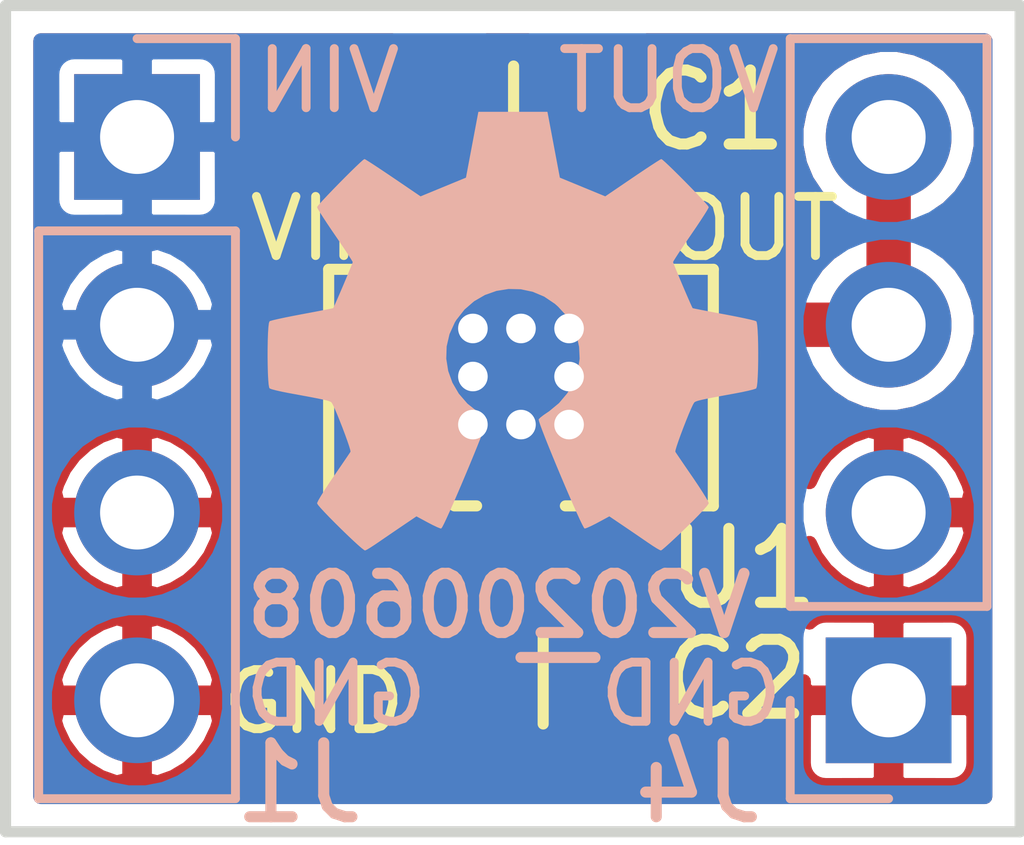
<source format=kicad_pcb>
(kicad_pcb (version 20171130) (host pcbnew 5.1.6-c6e7f7d~86~ubuntu19.10.1)

  (general
    (thickness 1.6)
    (drawings 11)
    (tracks 13)
    (zones 0)
    (modules 7)
    (nets 4)
  )

  (page A4)
  (layers
    (0 F.Cu signal)
    (31 B.Cu signal)
    (32 B.Adhes user)
    (33 F.Adhes user)
    (34 B.Paste user)
    (35 F.Paste user)
    (36 B.SilkS user)
    (37 F.SilkS user)
    (38 B.Mask user)
    (39 F.Mask user)
    (40 Dwgs.User user)
    (41 Cmts.User user)
    (42 Eco1.User user)
    (43 Eco2.User user)
    (44 Edge.Cuts user)
    (45 Margin user)
    (46 B.CrtYd user)
    (47 F.CrtYd user)
    (48 B.Fab user)
    (49 F.Fab user)
  )

  (setup
    (last_trace_width 0.1524)
    (user_trace_width 0.1524)
    (user_trace_width 0.2)
    (user_trace_width 0.3)
    (user_trace_width 0.4)
    (user_trace_width 0.6)
    (user_trace_width 1)
    (user_trace_width 1.5)
    (user_trace_width 2)
    (trace_clearance 0.1524)
    (zone_clearance 0.3)
    (zone_45_only no)
    (trace_min 0.1524)
    (via_size 0.381)
    (via_drill 0.254)
    (via_min_size 0.381)
    (via_min_drill 0.254)
    (user_via 0.381 0.254)
    (user_via 0.55 0.4)
    (user_via 0.75 0.6)
    (user_via 0.95 0.8)
    (user_via 1.3 1)
    (user_via 1.5 1.2)
    (user_via 1.7 1.4)
    (user_via 1.9 1.6)
    (uvia_size 0.381)
    (uvia_drill 0.254)
    (uvias_allowed no)
    (uvia_min_size 0.381)
    (uvia_min_drill 0.254)
    (edge_width 0.15)
    (segment_width 0.2)
    (pcb_text_width 0.3)
    (pcb_text_size 1.5 1.5)
    (mod_edge_width 0.15)
    (mod_text_size 1 1)
    (mod_text_width 0.15)
    (pad_size 1 1.25)
    (pad_drill 0)
    (pad_to_mask_clearance 0.1)
    (solder_mask_min_width 0.1)
    (aux_axis_origin 0 0)
    (visible_elements FFFFFF7F)
    (pcbplotparams
      (layerselection 0x010f0_ffffffff)
      (usegerberextensions true)
      (usegerberattributes false)
      (usegerberadvancedattributes false)
      (creategerberjobfile false)
      (excludeedgelayer true)
      (linewidth 0.100000)
      (plotframeref false)
      (viasonmask false)
      (mode 1)
      (useauxorigin false)
      (hpglpennumber 1)
      (hpglpenspeed 20)
      (hpglpendiameter 15.000000)
      (psnegative false)
      (psa4output false)
      (plotreference true)
      (plotvalue true)
      (plotinvisibletext false)
      (padsonsilk false)
      (subtractmaskfromsilk false)
      (outputformat 1)
      (mirror false)
      (drillshape 0)
      (scaleselection 1)
      (outputdirectory "MCP1702_SOT89_breakoutmodule_JST_plots"))
  )

  (net 0 "")
  (net 1 /VIN)
  (net 2 /VSS)
  (net 3 /VOUT)

  (net_class Default "This is the default net class."
    (clearance 0.1524)
    (trace_width 0.1524)
    (via_dia 0.381)
    (via_drill 0.254)
    (uvia_dia 0.381)
    (uvia_drill 0.254)
    (add_net /VIN)
    (add_net /VOUT)
    (add_net /VSS)
  )

  (module SquantorIC:SOT89-NXP-Viatab (layer F.Cu) (tedit 5D555A47) (tstamp 5EDEA784)
    (at 136 77.4)
    (descr "SOT89 NXP specification https://www.nxp.com/docs/en/package-information/SOT89.pdf extra vias in tabs")
    (tags "SOT89 NXP viatab")
    (path /5EDF107E)
    (attr smd)
    (fp_text reference U1 (at 3 2.1) (layer F.SilkS)
      (effects (font (size 1 1) (thickness 0.15)))
    )
    (fp_text value MCP1702-MB (at 0 3.25) (layer F.Fab) hide
      (effects (font (size 1 1) (thickness 0.15)))
    )
    (fp_line (start -2.05 2.55) (end 2.05 2.55) (layer F.CrtYd) (width 0.05))
    (fp_line (start 2.05 2.55) (end 2.05 1.3) (layer F.CrtYd) (width 0.05))
    (fp_line (start 2.05 1.3) (end 2.65 1.3) (layer F.CrtYd) (width 0.05))
    (fp_line (start -2.05 2.55) (end -2.05 1.3) (layer F.CrtYd) (width 0.05))
    (fp_line (start -2.05 1.3) (end -2.65 1.3) (layer F.CrtYd) (width 0.05))
    (fp_line (start -1.3 -2.55) (end 1.3 -2.55) (layer F.CrtYd) (width 0.05))
    (fp_line (start -2.65 1.3) (end -2.65 -2) (layer F.CrtYd) (width 0.05))
    (fp_line (start -2.65 -2) (end -1.3 -2) (layer F.CrtYd) (width 0.05))
    (fp_line (start -1.3 -2) (end -1.3 -2.55) (layer F.CrtYd) (width 0.05))
    (fp_line (start 2.65 1.3) (end 2.65 -2) (layer F.CrtYd) (width 0.05))
    (fp_line (start 2.65 -2) (end 1.3 -2) (layer F.CrtYd) (width 0.05))
    (fp_line (start 1.3 -2) (end 1.3 -2.55) (layer F.CrtYd) (width 0.05))
    (fp_line (start -2.6 1.25) (end -2.6 -1.95) (layer F.SilkS) (width 0.15))
    (fp_line (start -2.6 -1.95) (end -1.35 -1.95) (layer F.SilkS) (width 0.15))
    (fp_line (start 1.35 -1.95) (end 2.6 -1.95) (layer F.SilkS) (width 0.15))
    (fp_line (start 2.6 -1.95) (end 2.6 1.25) (layer F.SilkS) (width 0.15))
    (fp_line (start -2.6 1.25) (end -2.1 1.25) (layer F.SilkS) (width 0.15))
    (fp_line (start -0.9 1.25) (end -0.6 1.25) (layer F.SilkS) (width 0.15))
    (fp_line (start 0.6 1.25) (end 0.9 1.25) (layer F.SilkS) (width 0.15))
    (fp_line (start 2.6 1.25) (end 2.1 1.25) (layer F.SilkS) (width 0.15))
    (pad 2 thru_hole rect (at 0.65 0.15) (size 0.6 0.6) (drill 0.4) (layers *.Cu *.Mask)
      (net 1 /VIN) (zone_connect 2))
    (pad 2 thru_hole rect (at 0 0.15) (size 0.6 0.6) (drill 0.4) (layers *.Cu *.Mask)
      (net 1 /VIN) (zone_connect 2))
    (pad 2 thru_hole rect (at -0.65 0.15) (size 0.6 0.6) (drill 0.4) (layers *.Cu *.Mask)
      (net 1 /VIN) (zone_connect 2))
    (pad 2 thru_hole rect (at -0.65 -0.5) (size 0.6 0.6) (drill 0.4) (layers *.Cu *.Mask)
      (net 1 /VIN) (zone_connect 2))
    (pad 2 thru_hole rect (at 0.65 -0.5) (size 0.6 0.6) (drill 0.4) (layers *.Cu *.Mask)
      (net 1 /VIN) (zone_connect 2))
    (pad 2 thru_hole rect (at -0.65 -1.15 90) (size 0.6 0.6) (drill 0.4) (layers *.Cu *.Mask)
      (net 1 /VIN) (zone_connect 2))
    (pad 2 thru_hole rect (at 0 -1.15) (size 0.6 0.6) (drill 0.4) (layers *.Cu *.Mask)
      (net 1 /VIN) (zone_connect 2))
    (pad 2 thru_hole rect (at 0.65 -1.15) (size 0.6 0.6) (drill 0.4) (layers *.Cu *.Mask)
      (net 1 /VIN) (zone_connect 2))
    (pad 2 smd rect (at 0 -1.825) (size 1.9 0.85) (layers F.Cu F.Paste)
      (net 1 /VIN))
    (pad 2 smd rect (at 0 -0.6) (size 1.2 1.2) (layers F.Cu F.Paste)
      (net 1 /VIN))
    (pad 3 smd rect (at 1.5 1.75) (size 0.6 1) (layers F.Cu F.Paste)
      (net 3 /VOUT))
    (pad 1 smd rect (at -1.5 1.75) (size 0.6 1) (layers F.Cu F.Paste)
      (net 2 /VSS))
    (pad 2 smd rect (at 0 1.75) (size 0.6 1) (layers F.Cu F.Paste)
      (net 1 /VIN))
    (pad 2 smd rect (at 0 -0.9) (size 2 2.8) (layers F.Cu F.Mask)
      (net 1 /VIN))
    (pad 3 smd rect (at 1.5 1.75) (size 0.7 1.1) (layers F.Cu F.Mask)
      (net 3 /VOUT))
    (pad 2 smd rect (at 0 1.4) (size 0.7 1.8) (layers F.Cu F.Mask)
      (net 1 /VIN))
    (pad 1 smd rect (at -1.5 1.75) (size 0.7 1.1) (layers F.Cu F.Mask)
      (net 2 /VSS))
    (model ${KISYS3DMOD}/Package_TO_SOT_SMD.3dshapes/SOT-89-3.step
      (at (xyz 0 0 0))
      (scale (xyz 1 1 1))
      (rotate (xyz 0 0 -90))
    )
  )

  (module Connector_PinHeader_2.54mm:PinHeader_1x04_P2.54mm_Vertical (layer B.Cu) (tedit 59FED5CC) (tstamp 5BFD0433)
    (at 140.97 81.28)
    (descr "Through hole straight pin header, 1x04, 2.54mm pitch, single row")
    (tags "Through hole pin header THT 1x04 2.54mm single row")
    (path /5BE4B50D)
    (fp_text reference J4 (at -2.57 1.12) (layer B.SilkS)
      (effects (font (size 1 1) (thickness 0.15)) (justify mirror))
    )
    (fp_text value Conn_01x04 (at 0 -9.95) (layer B.Fab) hide
      (effects (font (size 1 1) (thickness 0.15)) (justify mirror))
    )
    (fp_line (start 1.8 1.8) (end -1.8 1.8) (layer B.CrtYd) (width 0.05))
    (fp_line (start 1.8 -9.4) (end 1.8 1.8) (layer B.CrtYd) (width 0.05))
    (fp_line (start -1.8 -9.4) (end 1.8 -9.4) (layer B.CrtYd) (width 0.05))
    (fp_line (start -1.8 1.8) (end -1.8 -9.4) (layer B.CrtYd) (width 0.05))
    (fp_line (start -1.33 1.33) (end 0 1.33) (layer B.SilkS) (width 0.12))
    (fp_line (start -1.33 0) (end -1.33 1.33) (layer B.SilkS) (width 0.12))
    (fp_line (start -1.33 -1.27) (end 1.33 -1.27) (layer B.SilkS) (width 0.12))
    (fp_line (start 1.33 -1.27) (end 1.33 -8.95) (layer B.SilkS) (width 0.12))
    (fp_line (start -1.33 -1.27) (end -1.33 -8.95) (layer B.SilkS) (width 0.12))
    (fp_line (start -1.33 -8.95) (end 1.33 -8.95) (layer B.SilkS) (width 0.12))
    (fp_line (start -1.27 0.635) (end -0.635 1.27) (layer B.Fab) (width 0.1))
    (fp_line (start -1.27 -8.89) (end -1.27 0.635) (layer B.Fab) (width 0.1))
    (fp_line (start 1.27 -8.89) (end -1.27 -8.89) (layer B.Fab) (width 0.1))
    (fp_line (start 1.27 1.27) (end 1.27 -8.89) (layer B.Fab) (width 0.1))
    (fp_line (start -0.635 1.27) (end 1.27 1.27) (layer B.Fab) (width 0.1))
    (fp_text user %R (at 0 -3.81 270) (layer B.Fab)
      (effects (font (size 1 1) (thickness 0.15)) (justify mirror))
    )
    (pad 4 thru_hole oval (at 0 -7.62) (size 1.7 1.7) (drill 1) (layers *.Cu *.Mask)
      (net 3 /VOUT))
    (pad 3 thru_hole oval (at 0 -5.08) (size 1.7 1.7) (drill 1) (layers *.Cu *.Mask)
      (net 3 /VOUT))
    (pad 2 thru_hole oval (at 0 -2.54) (size 1.7 1.7) (drill 1) (layers *.Cu *.Mask)
      (net 2 /VSS))
    (pad 1 thru_hole rect (at 0 0) (size 1.7 1.7) (drill 1) (layers *.Cu *.Mask)
      (net 2 /VSS))
    (model ${KISYS3DMOD}/Connector_PinHeader_2.54mm.3dshapes/PinHeader_1x04_P2.54mm_Vertical.wrl
      (at (xyz 0 0 0))
      (scale (xyz 1 1 1))
      (rotate (xyz 0 0 0))
    )
  )

  (module Connector_PinHeader_2.54mm:PinHeader_1x04_P2.54mm_Vertical (layer B.Cu) (tedit 59FED5CC) (tstamp 5BFD03C0)
    (at 130.81 73.66 180)
    (descr "Through hole straight pin header, 1x04, 2.54mm pitch, single row")
    (tags "Through hole pin header THT 1x04 2.54mm single row")
    (path /5BE4B042)
    (fp_text reference J1 (at -2.19 -8.74) (layer B.SilkS)
      (effects (font (size 1 1) (thickness 0.15)) (justify mirror))
    )
    (fp_text value Conn_01x04 (at 0 -9.95) (layer B.Fab) hide
      (effects (font (size 1 1) (thickness 0.15)) (justify mirror))
    )
    (fp_line (start 1.8 1.8) (end -1.8 1.8) (layer B.CrtYd) (width 0.05))
    (fp_line (start 1.8 -9.4) (end 1.8 1.8) (layer B.CrtYd) (width 0.05))
    (fp_line (start -1.8 -9.4) (end 1.8 -9.4) (layer B.CrtYd) (width 0.05))
    (fp_line (start -1.8 1.8) (end -1.8 -9.4) (layer B.CrtYd) (width 0.05))
    (fp_line (start -1.33 1.33) (end 0 1.33) (layer B.SilkS) (width 0.12))
    (fp_line (start -1.33 0) (end -1.33 1.33) (layer B.SilkS) (width 0.12))
    (fp_line (start -1.33 -1.27) (end 1.33 -1.27) (layer B.SilkS) (width 0.12))
    (fp_line (start 1.33 -1.27) (end 1.33 -8.95) (layer B.SilkS) (width 0.12))
    (fp_line (start -1.33 -1.27) (end -1.33 -8.95) (layer B.SilkS) (width 0.12))
    (fp_line (start -1.33 -8.95) (end 1.33 -8.95) (layer B.SilkS) (width 0.12))
    (fp_line (start -1.27 0.635) (end -0.635 1.27) (layer B.Fab) (width 0.1))
    (fp_line (start -1.27 -8.89) (end -1.27 0.635) (layer B.Fab) (width 0.1))
    (fp_line (start 1.27 -8.89) (end -1.27 -8.89) (layer B.Fab) (width 0.1))
    (fp_line (start 1.27 1.27) (end 1.27 -8.89) (layer B.Fab) (width 0.1))
    (fp_line (start -0.635 1.27) (end 1.27 1.27) (layer B.Fab) (width 0.1))
    (fp_text user %R (at 0 -3.81 270) (layer B.Fab)
      (effects (font (size 1 1) (thickness 0.15)) (justify mirror))
    )
    (pad 4 thru_hole oval (at 0 -7.62 180) (size 1.7 1.7) (drill 1) (layers *.Cu *.Mask)
      (net 2 /VSS))
    (pad 3 thru_hole oval (at 0 -5.08 180) (size 1.7 1.7) (drill 1) (layers *.Cu *.Mask)
      (net 2 /VSS))
    (pad 2 thru_hole oval (at 0 -2.54 180) (size 1.7 1.7) (drill 1) (layers *.Cu *.Mask)
      (net 1 /VIN))
    (pad 1 thru_hole rect (at 0 0 180) (size 1.7 1.7) (drill 1) (layers *.Cu *.Mask)
      (net 1 /VIN))
    (model ${KISYS3DMOD}/Connector_PinHeader_2.54mm.3dshapes/PinHeader_1x04_P2.54mm_Vertical.wrl
      (at (xyz 0 0 0))
      (scale (xyz 1 1 1))
      (rotate (xyz 0 0 0))
    )
  )

  (module SquantorRcl:C_0805 (layer F.Cu) (tedit 5D87C73D) (tstamp 5BFD038B)
    (at 135.9 73.3 180)
    (descr "Capacitor SMD 0805, reflow soldering, AVX (see smccp.pdf)")
    (tags "capacitor 0805")
    (path /5BE4AAB5)
    (attr smd)
    (fp_text reference C1 (at -2.7 0 180) (layer F.SilkS)
      (effects (font (size 1 1) (thickness 0.15)))
    )
    (fp_text value 1u (at -2.7 0 180) (layer F.Fab)
      (effects (font (size 1 1) (thickness 0.15)))
    )
    (fp_line (start 0 -0.6) (end 0 0.6) (layer F.SilkS) (width 0.15))
    (fp_line (start 1.75 -0.95) (end 1.75 0.95) (layer F.CrtYd) (width 0.05))
    (fp_line (start -1.75 -0.95) (end -1.75 0.95) (layer F.CrtYd) (width 0.05))
    (fp_line (start -1.75 0.95) (end 1.75 0.95) (layer F.CrtYd) (width 0.05))
    (fp_line (start -1.75 -0.95) (end 1.75 -0.95) (layer F.CrtYd) (width 0.05))
    (fp_line (start -0.9 -0.625) (end 0.9 -0.625) (layer F.Fab) (width 0.1))
    (fp_line (start 0.9 -0.625) (end 0.9 0.625) (layer F.Fab) (width 0.1))
    (fp_line (start 0.9 0.625) (end -0.9 0.625) (layer F.Fab) (width 0.1))
    (fp_line (start -0.9 0.625) (end -0.9 -0.625) (layer F.Fab) (width 0.1))
    (pad 2 smd rect (at 1 0 180) (size 1 1.35) (layers F.Cu F.Paste F.Mask)
      (net 2 /VSS))
    (pad 1 smd rect (at -1 0 180) (size 1 1.35) (layers F.Cu F.Paste F.Mask)
      (net 1 /VIN))
    (model ${KISYS3DMOD}/Capacitor_SMD.3dshapes/C_0805_2012Metric.step
      (at (xyz 0 0 0))
      (scale (xyz 1 1 1))
      (rotate (xyz 0 0 0))
    )
  )

  (module SquantorRcl:C_0805 (layer F.Cu) (tedit 5D87C73D) (tstamp 5BFD039B)
    (at 136.3 81 180)
    (descr "Capacitor SMD 0805, reflow soldering, AVX (see smccp.pdf)")
    (tags "capacitor 0805")
    (path /5BE4AAF0)
    (attr smd)
    (fp_text reference C2 (at -2.6 0) (layer F.SilkS)
      (effects (font (size 1 1) (thickness 0.15)))
    )
    (fp_text value 1u (at -2.6 0) (layer F.Fab)
      (effects (font (size 1 1) (thickness 0.15)))
    )
    (fp_line (start 0 -0.6) (end 0 0.6) (layer F.SilkS) (width 0.15))
    (fp_line (start 1.75 -0.95) (end 1.75 0.95) (layer F.CrtYd) (width 0.05))
    (fp_line (start -1.75 -0.95) (end -1.75 0.95) (layer F.CrtYd) (width 0.05))
    (fp_line (start -1.75 0.95) (end 1.75 0.95) (layer F.CrtYd) (width 0.05))
    (fp_line (start -1.75 -0.95) (end 1.75 -0.95) (layer F.CrtYd) (width 0.05))
    (fp_line (start -0.9 -0.625) (end 0.9 -0.625) (layer F.Fab) (width 0.1))
    (fp_line (start 0.9 -0.625) (end 0.9 0.625) (layer F.Fab) (width 0.1))
    (fp_line (start 0.9 0.625) (end -0.9 0.625) (layer F.Fab) (width 0.1))
    (fp_line (start -0.9 0.625) (end -0.9 -0.625) (layer F.Fab) (width 0.1))
    (pad 2 smd rect (at 1 0 180) (size 1 1.35) (layers F.Cu F.Paste F.Mask)
      (net 2 /VSS))
    (pad 1 smd rect (at -1 0 180) (size 1 1.35) (layers F.Cu F.Paste F.Mask)
      (net 3 /VOUT))
    (model ${KISYS3DMOD}/Capacitor_SMD.3dshapes/C_0805_2012Metric.step
      (at (xyz 0 0 0))
      (scale (xyz 1 1 1))
      (rotate (xyz 0 0 0))
    )
  )

  (module SquantorLabels:Label_Generic (layer B.Cu) (tedit 5D8A7D4C) (tstamp 5BFE77D5)
    (at 136.5 80.1 180)
    (descr "Label for general purpose use")
    (tags Label)
    (path /5A1357A5)
    (attr smd)
    (fp_text reference N2 (at 0 -1.85) (layer B.Fab) hide
      (effects (font (size 1 1) (thickness 0.15)) (justify mirror))
    )
    (fp_text value V20200608 (at 0.8 0.1) (layer B.SilkS)
      (effects (font (size 0.8 0.8) (thickness 0.15)) (justify mirror))
    )
    (fp_line (start -0.5 -0.6) (end 0.5 -0.6) (layer B.SilkS) (width 0.15))
  )

  (module Symbol:OSHW-Symbol_6.7x6mm_SilkScreen (layer B.Cu) (tedit 0) (tstamp 5A135134)
    (at 135.9 76.3 180)
    (descr "Open Source Hardware Symbol")
    (tags "Logo Symbol OSHW")
    (path /5A135869)
    (attr virtual)
    (fp_text reference N1 (at 0 0) (layer B.SilkS) hide
      (effects (font (size 1 1) (thickness 0.15)) (justify mirror))
    )
    (fp_text value OHWLOGO (at 0.75 0) (layer B.Fab) hide
      (effects (font (size 1 1) (thickness 0.15)) (justify mirror))
    )
    (fp_poly (pts (xy 0.555814 2.531069) (xy 0.639635 2.086445) (xy 0.94892 1.958947) (xy 1.258206 1.831449)
      (xy 1.629246 2.083754) (xy 1.733157 2.154004) (xy 1.827087 2.216728) (xy 1.906652 2.269062)
      (xy 1.96747 2.308143) (xy 2.005157 2.331107) (xy 2.015421 2.336058) (xy 2.03391 2.323324)
      (xy 2.07342 2.288118) (xy 2.129522 2.234938) (xy 2.197787 2.168282) (xy 2.273786 2.092646)
      (xy 2.353092 2.012528) (xy 2.431275 1.932426) (xy 2.503907 1.856836) (xy 2.566559 1.790255)
      (xy 2.614803 1.737182) (xy 2.64421 1.702113) (xy 2.651241 1.690377) (xy 2.641123 1.66874)
      (xy 2.612759 1.621338) (xy 2.569129 1.552807) (xy 2.513218 1.467785) (xy 2.448006 1.370907)
      (xy 2.410219 1.31565) (xy 2.341343 1.214752) (xy 2.28014 1.123701) (xy 2.229578 1.04703)
      (xy 2.192628 0.989272) (xy 2.172258 0.954957) (xy 2.169197 0.947746) (xy 2.176136 0.927252)
      (xy 2.195051 0.879487) (xy 2.223087 0.811168) (xy 2.257391 0.729011) (xy 2.295109 0.63973)
      (xy 2.333387 0.550042) (xy 2.36937 0.466662) (xy 2.400206 0.396306) (xy 2.423039 0.34569)
      (xy 2.435017 0.321529) (xy 2.435724 0.320578) (xy 2.454531 0.315964) (xy 2.504618 0.305672)
      (xy 2.580793 0.290713) (xy 2.677865 0.272099) (xy 2.790643 0.250841) (xy 2.856442 0.238582)
      (xy 2.97695 0.215638) (xy 3.085797 0.193805) (xy 3.177476 0.174278) (xy 3.246481 0.158252)
      (xy 3.287304 0.146921) (xy 3.295511 0.143326) (xy 3.303548 0.118994) (xy 3.310033 0.064041)
      (xy 3.31497 -0.015108) (xy 3.318364 -0.112026) (xy 3.320218 -0.220287) (xy 3.320538 -0.333465)
      (xy 3.319327 -0.445135) (xy 3.31659 -0.548868) (xy 3.312331 -0.638241) (xy 3.306555 -0.706826)
      (xy 3.299267 -0.748197) (xy 3.294895 -0.75681) (xy 3.268764 -0.767133) (xy 3.213393 -0.781892)
      (xy 3.136107 -0.799352) (xy 3.04423 -0.81778) (xy 3.012158 -0.823741) (xy 2.857524 -0.852066)
      (xy 2.735375 -0.874876) (xy 2.641673 -0.89308) (xy 2.572384 -0.907583) (xy 2.523471 -0.919292)
      (xy 2.490897 -0.929115) (xy 2.470628 -0.937956) (xy 2.458626 -0.946724) (xy 2.456947 -0.948457)
      (xy 2.440184 -0.976371) (xy 2.414614 -1.030695) (xy 2.382788 -1.104777) (xy 2.34726 -1.191965)
      (xy 2.310583 -1.285608) (xy 2.275311 -1.379052) (xy 2.243996 -1.465647) (xy 2.219193 -1.53874)
      (xy 2.203454 -1.591678) (xy 2.199332 -1.617811) (xy 2.199676 -1.618726) (xy 2.213641 -1.640086)
      (xy 2.245322 -1.687084) (xy 2.291391 -1.754827) (xy 2.348518 -1.838423) (xy 2.413373 -1.932982)
      (xy 2.431843 -1.959854) (xy 2.497699 -2.057275) (xy 2.55565 -2.146163) (xy 2.602538 -2.221412)
      (xy 2.635207 -2.27792) (xy 2.6505 -2.310581) (xy 2.651241 -2.314593) (xy 2.638392 -2.335684)
      (xy 2.602888 -2.377464) (xy 2.549293 -2.435445) (xy 2.482171 -2.505135) (xy 2.406087 -2.582045)
      (xy 2.325604 -2.661683) (xy 2.245287 -2.739561) (xy 2.169699 -2.811186) (xy 2.103405 -2.87207)
      (xy 2.050969 -2.917721) (xy 2.016955 -2.94365) (xy 2.007545 -2.947883) (xy 1.985643 -2.937912)
      (xy 1.9408 -2.91102) (xy 1.880321 -2.871736) (xy 1.833789 -2.840117) (xy 1.749475 -2.782098)
      (xy 1.649626 -2.713784) (xy 1.549473 -2.645579) (xy 1.495627 -2.609075) (xy 1.313371 -2.4858)
      (xy 1.160381 -2.56852) (xy 1.090682 -2.604759) (xy 1.031414 -2.632926) (xy 0.991311 -2.648991)
      (xy 0.981103 -2.651226) (xy 0.968829 -2.634722) (xy 0.944613 -2.588082) (xy 0.910263 -2.515609)
      (xy 0.867588 -2.421606) (xy 0.818394 -2.310374) (xy 0.76449 -2.186215) (xy 0.707684 -2.053432)
      (xy 0.649782 -1.916327) (xy 0.592593 -1.779202) (xy 0.537924 -1.646358) (xy 0.487584 -1.522098)
      (xy 0.44338 -1.410725) (xy 0.407119 -1.316539) (xy 0.380609 -1.243844) (xy 0.365658 -1.196941)
      (xy 0.363254 -1.180833) (xy 0.382311 -1.160286) (xy 0.424036 -1.126933) (xy 0.479706 -1.087702)
      (xy 0.484378 -1.084599) (xy 0.628264 -0.969423) (xy 0.744283 -0.835053) (xy 0.83143 -0.685784)
      (xy 0.888699 -0.525913) (xy 0.915086 -0.359737) (xy 0.909585 -0.191552) (xy 0.87119 -0.025655)
      (xy 0.798895 0.133658) (xy 0.777626 0.168513) (xy 0.666996 0.309263) (xy 0.536302 0.422286)
      (xy 0.390064 0.506997) (xy 0.232808 0.562806) (xy 0.069057 0.589126) (xy -0.096667 0.58537)
      (xy -0.259838 0.55095) (xy -0.415935 0.485277) (xy -0.560433 0.387765) (xy -0.605131 0.348187)
      (xy -0.718888 0.224297) (xy -0.801782 0.093876) (xy -0.858644 -0.052315) (xy -0.890313 -0.197088)
      (xy -0.898131 -0.35986) (xy -0.872062 -0.52344) (xy -0.814755 -0.682298) (xy -0.728856 -0.830906)
      (xy -0.617014 -0.963735) (xy -0.481877 -1.075256) (xy -0.464117 -1.087011) (xy -0.40785 -1.125508)
      (xy -0.365077 -1.158863) (xy -0.344628 -1.18016) (xy -0.344331 -1.180833) (xy -0.348721 -1.203871)
      (xy -0.366124 -1.256157) (xy -0.394732 -1.33339) (xy -0.432735 -1.431268) (xy -0.478326 -1.545491)
      (xy -0.529697 -1.671758) (xy -0.585038 -1.805767) (xy -0.642542 -1.943218) (xy -0.700399 -2.079808)
      (xy -0.756802 -2.211237) (xy -0.809942 -2.333205) (xy -0.85801 -2.441409) (xy -0.899199 -2.531549)
      (xy -0.931699 -2.599323) (xy -0.953703 -2.64043) (xy -0.962564 -2.651226) (xy -0.98964 -2.642819)
      (xy -1.040303 -2.620272) (xy -1.105817 -2.587613) (xy -1.141841 -2.56852) (xy -1.294832 -2.4858)
      (xy -1.477088 -2.609075) (xy -1.570125 -2.672228) (xy -1.671985 -2.741727) (xy -1.767438 -2.807165)
      (xy -1.81525 -2.840117) (xy -1.882495 -2.885273) (xy -1.939436 -2.921057) (xy -1.978646 -2.942938)
      (xy -1.991381 -2.947563) (xy -2.009917 -2.935085) (xy -2.050941 -2.900252) (xy -2.110475 -2.846678)
      (xy -2.184542 -2.777983) (xy -2.269165 -2.697781) (xy -2.322685 -2.646286) (xy -2.416319 -2.554286)
      (xy -2.497241 -2.471999) (xy -2.562177 -2.402945) (xy -2.607858 -2.350644) (xy -2.631011 -2.318616)
      (xy -2.633232 -2.312116) (xy -2.622924 -2.287394) (xy -2.594439 -2.237405) (xy -2.550937 -2.167212)
      (xy -2.495577 -2.081875) (xy -2.43152 -1.986456) (xy -2.413303 -1.959854) (xy -2.346927 -1.863167)
      (xy -2.287378 -1.776117) (xy -2.237984 -1.703595) (xy -2.202075 -1.650493) (xy -2.182981 -1.621703)
      (xy -2.181136 -1.618726) (xy -2.183895 -1.595782) (xy -2.198538 -1.545336) (xy -2.222513 -1.474041)
      (xy -2.253266 -1.388547) (xy -2.288244 -1.295507) (xy -2.324893 -1.201574) (xy -2.360661 -1.113399)
      (xy -2.392994 -1.037634) (xy -2.419338 -0.980931) (xy -2.437142 -0.949943) (xy -2.438407 -0.948457)
      (xy -2.449294 -0.939601) (xy -2.467682 -0.930843) (xy -2.497606 -0.921277) (xy -2.543103 -0.909996)
      (xy -2.608209 -0.896093) (xy -2.696961 -0.878663) (xy -2.813393 -0.856798) (xy -2.961542 -0.829591)
      (xy -2.993618 -0.823741) (xy -3.088686 -0.805374) (xy -3.171565 -0.787405) (xy -3.23493 -0.771569)
      (xy -3.271458 -0.7596) (xy -3.276356 -0.75681) (xy -3.284427 -0.732072) (xy -3.290987 -0.67679)
      (xy -3.296033 -0.597389) (xy -3.299559 -0.500296) (xy -3.301561 -0.391938) (xy -3.302036 -0.27874)
      (xy -3.300977 -0.167128) (xy -3.298382 -0.063529) (xy -3.294246 0.025632) (xy -3.288563 0.093928)
      (xy -3.281331 0.134934) (xy -3.276971 0.143326) (xy -3.252698 0.151792) (xy -3.197426 0.165565)
      (xy -3.116662 0.18345) (xy -3.015912 0.204252) (xy -2.900683 0.226777) (xy -2.837902 0.238582)
      (xy -2.718787 0.260849) (xy -2.612565 0.281021) (xy -2.524427 0.298085) (xy -2.459566 0.311031)
      (xy -2.423174 0.318845) (xy -2.417184 0.320578) (xy -2.407061 0.34011) (xy -2.385662 0.387157)
      (xy -2.355839 0.454997) (xy -2.320445 0.536909) (xy -2.282332 0.626172) (xy -2.244353 0.716065)
      (xy -2.20936 0.799865) (xy -2.180206 0.870853) (xy -2.159743 0.922306) (xy -2.150823 0.947503)
      (xy -2.150657 0.948604) (xy -2.160769 0.968481) (xy -2.189117 1.014223) (xy -2.232723 1.081283)
      (xy -2.288606 1.165116) (xy -2.353787 1.261174) (xy -2.391679 1.31635) (xy -2.460725 1.417519)
      (xy -2.52205 1.50937) (xy -2.572663 1.587256) (xy -2.609571 1.646531) (xy -2.629782 1.682549)
      (xy -2.632701 1.690623) (xy -2.620153 1.709416) (xy -2.585463 1.749543) (xy -2.533063 1.806507)
      (xy -2.467384 1.875815) (xy -2.392856 1.952969) (xy -2.313913 2.033475) (xy -2.234983 2.112837)
      (xy -2.1605 2.18656) (xy -2.094894 2.250148) (xy -2.042596 2.299106) (xy -2.008039 2.328939)
      (xy -1.996478 2.336058) (xy -1.977654 2.326047) (xy -1.932631 2.297922) (xy -1.865787 2.254546)
      (xy -1.781499 2.198782) (xy -1.684144 2.133494) (xy -1.610707 2.083754) (xy -1.239667 1.831449)
      (xy -0.621095 2.086445) (xy -0.537275 2.531069) (xy -0.453454 2.975693) (xy 0.471994 2.975693)
      (xy 0.555814 2.531069)) (layer B.SilkS) (width 0.01))
  )

  (gr_text GND (at 133.2 81.3) (layer F.SilkS) (tstamp 5EDD64DA)
    (effects (font (size 0.8 0.8) (thickness 0.12)))
  )
  (gr_text GND (at 138.3 81.2) (layer B.SilkS) (tstamp 5EDD563D)
    (effects (font (size 0.8 0.8) (thickness 0.12)) (justify mirror))
  )
  (gr_text GND (at 133.5 81.2) (layer B.SilkS)
    (effects (font (size 0.8 0.8) (thickness 0.12)) (justify mirror))
  )
  (gr_text VOUT (at 138 72.9) (layer B.SilkS)
    (effects (font (size 0.8 0.8) (thickness 0.12)) (justify mirror))
  )
  (gr_text VIN (at 133.4 72.9) (layer B.SilkS)
    (effects (font (size 0.8 0.8) (thickness 0.12)) (justify mirror))
  )
  (gr_text VIN (at 133.3 74.9) (layer F.SilkS)
    (effects (font (size 0.8 0.8) (thickness 0.12)))
  )
  (gr_text VOUT (at 138.8 74.9) (layer F.SilkS)
    (effects (font (size 0.8 0.8) (thickness 0.12)))
  )
  (gr_line (start 142.748 71.882) (end 142.748 83.058) (layer Edge.Cuts) (width 0.15))
  (gr_line (start 129.032 83.058) (end 129.032 71.882) (layer Edge.Cuts) (width 0.15))
  (gr_line (start 142.748 71.882) (end 129.032 71.882) (layer Edge.Cuts) (width 0.15))
  (gr_line (start 129.032 83.058) (end 142.748 83.058) (layer Edge.Cuts) (width 0.15))

  (segment (start 136.9 73.3) (end 136.9 74.3) (width 0.6) (layer F.Cu) (net 1))
  (segment (start 136.7 74.5) (end 136.7 75.4) (width 0.6) (layer F.Cu) (net 1))
  (segment (start 136.9 74.3) (end 136.7 74.5) (width 0.6) (layer F.Cu) (net 1))
  (segment (start 136 79.175) (end 136 76.525) (width 0.6) (layer F.Cu) (net 1))
  (segment (start 137.3 81) (end 138.9 81) (width 0.6) (layer F.Cu) (net 3))
  (segment (start 138.9 81) (end 139.2 80.7) (width 0.6) (layer F.Cu) (net 3))
  (segment (start 139.2 80.7) (end 139.2 76.6) (width 0.6) (layer F.Cu) (net 3))
  (segment (start 139.6 76.2) (end 140.97 76.2) (width 0.6) (layer F.Cu) (net 3))
  (segment (start 139.2 76.6) (end 139.6 76.2) (width 0.6) (layer F.Cu) (net 3))
  (segment (start 140.97 76.2) (end 140.97 73.66) (width 0.6) (layer F.Cu) (net 3))
  (segment (start 137.5 79.175) (end 137.5 80) (width 0.6) (layer F.Cu) (net 3))
  (segment (start 137.3 80.2) (end 137.3 81) (width 0.6) (layer F.Cu) (net 3))
  (segment (start 137.5 80) (end 137.3 80.2) (width 0.6) (layer F.Cu) (net 3))

  (zone (net 1) (net_name /VIN) (layer B.Cu) (tstamp 5BFE787B) (hatch edge 0.508)
    (connect_pads (clearance 0.3))
    (min_thickness 0.2)
    (fill yes (arc_segments 16) (thermal_gap 0.2) (thermal_bridge_width 0.4))
    (polygon
      (pts
        (xy 129.032 71.882) (xy 142.748 71.882) (xy 142.748 83.058) (xy 129.032 83.058)
      )
    )
    (filled_polygon
      (pts
        (xy 142.273001 82.583) (xy 129.507 82.583) (xy 129.507 81.156886) (xy 129.56 81.156886) (xy 129.56 81.403114)
        (xy 129.608037 81.644611) (xy 129.702265 81.872097) (xy 129.839062 82.076828) (xy 130.013172 82.250938) (xy 130.217903 82.387735)
        (xy 130.445389 82.481963) (xy 130.686886 82.53) (xy 130.933114 82.53) (xy 131.174611 82.481963) (xy 131.402097 82.387735)
        (xy 131.606828 82.250938) (xy 131.780938 82.076828) (xy 131.917735 81.872097) (xy 132.011963 81.644611) (xy 132.06 81.403114)
        (xy 132.06 81.156886) (xy 132.011963 80.915389) (xy 131.917735 80.687903) (xy 131.780938 80.483172) (xy 131.727766 80.43)
        (xy 139.718065 80.43) (xy 139.718065 82.13) (xy 139.725788 82.208414) (xy 139.74866 82.283814) (xy 139.785803 82.353303)
        (xy 139.835789 82.414211) (xy 139.896697 82.464197) (xy 139.966186 82.50134) (xy 140.041586 82.524212) (xy 140.12 82.531935)
        (xy 141.82 82.531935) (xy 141.898414 82.524212) (xy 141.973814 82.50134) (xy 142.043303 82.464197) (xy 142.104211 82.414211)
        (xy 142.154197 82.353303) (xy 142.19134 82.283814) (xy 142.214212 82.208414) (xy 142.221935 82.13) (xy 142.221935 80.43)
        (xy 142.214212 80.351586) (xy 142.19134 80.276186) (xy 142.154197 80.206697) (xy 142.104211 80.145789) (xy 142.043303 80.095803)
        (xy 141.973814 80.05866) (xy 141.898414 80.035788) (xy 141.82 80.028065) (xy 140.12 80.028065) (xy 140.041586 80.035788)
        (xy 139.966186 80.05866) (xy 139.896697 80.095803) (xy 139.835789 80.145789) (xy 139.785803 80.206697) (xy 139.74866 80.276186)
        (xy 139.725788 80.351586) (xy 139.718065 80.43) (xy 131.727766 80.43) (xy 131.606828 80.309062) (xy 131.402097 80.172265)
        (xy 131.174611 80.078037) (xy 130.933114 80.03) (xy 130.686886 80.03) (xy 130.445389 80.078037) (xy 130.217903 80.172265)
        (xy 130.013172 80.309062) (xy 129.839062 80.483172) (xy 129.702265 80.687903) (xy 129.608037 80.915389) (xy 129.56 81.156886)
        (xy 129.507 81.156886) (xy 129.507 78.616886) (xy 129.56 78.616886) (xy 129.56 78.863114) (xy 129.608037 79.104611)
        (xy 129.702265 79.332097) (xy 129.839062 79.536828) (xy 130.013172 79.710938) (xy 130.217903 79.847735) (xy 130.445389 79.941963)
        (xy 130.686886 79.99) (xy 130.933114 79.99) (xy 131.174611 79.941963) (xy 131.402097 79.847735) (xy 131.606828 79.710938)
        (xy 131.780938 79.536828) (xy 131.917735 79.332097) (xy 132.011963 79.104611) (xy 132.06 78.863114) (xy 132.06 78.616886)
        (xy 139.72 78.616886) (xy 139.72 78.863114) (xy 139.768037 79.104611) (xy 139.862265 79.332097) (xy 139.999062 79.536828)
        (xy 140.173172 79.710938) (xy 140.377903 79.847735) (xy 140.605389 79.941963) (xy 140.846886 79.99) (xy 141.093114 79.99)
        (xy 141.334611 79.941963) (xy 141.562097 79.847735) (xy 141.766828 79.710938) (xy 141.940938 79.536828) (xy 142.077735 79.332097)
        (xy 142.171963 79.104611) (xy 142.22 78.863114) (xy 142.22 78.616886) (xy 142.171963 78.375389) (xy 142.077735 78.147903)
        (xy 141.940938 77.943172) (xy 141.766828 77.769062) (xy 141.562097 77.632265) (xy 141.334611 77.538037) (xy 141.093114 77.49)
        (xy 140.846886 77.49) (xy 140.605389 77.538037) (xy 140.377903 77.632265) (xy 140.173172 77.769062) (xy 139.999062 77.943172)
        (xy 139.862265 78.147903) (xy 139.768037 78.375389) (xy 139.72 78.616886) (xy 132.06 78.616886) (xy 132.011963 78.375389)
        (xy 131.917735 78.147903) (xy 131.780938 77.943172) (xy 131.606828 77.769062) (xy 131.402097 77.632265) (xy 131.174611 77.538037)
        (xy 130.933114 77.49) (xy 130.686886 77.49) (xy 130.445389 77.538037) (xy 130.217903 77.632265) (xy 130.013172 77.769062)
        (xy 129.839062 77.943172) (xy 129.702265 78.147903) (xy 129.608037 78.375389) (xy 129.56 78.616886) (xy 129.507 78.616886)
        (xy 129.507 76.477987) (xy 129.694104 76.477987) (xy 129.727721 76.588823) (xy 129.824372 76.792494) (xy 129.9589 76.973396)
        (xy 130.126136 77.124577) (xy 130.319652 77.240227) (xy 130.532012 77.315901) (xy 130.71 77.270649) (xy 130.71 76.3)
        (xy 130.91 76.3) (xy 130.91 77.270649) (xy 131.087988 77.315901) (xy 131.300348 77.240227) (xy 131.493864 77.124577)
        (xy 131.6611 76.973396) (xy 131.795628 76.792494) (xy 131.892279 76.588823) (xy 131.925896 76.477987) (xy 131.880339 76.3)
        (xy 130.91 76.3) (xy 130.71 76.3) (xy 129.739661 76.3) (xy 129.694104 76.477987) (xy 129.507 76.477987)
        (xy 129.507 75.922013) (xy 129.694104 75.922013) (xy 129.739661 76.1) (xy 130.71 76.1) (xy 130.71 75.129351)
        (xy 130.91 75.129351) (xy 130.91 76.1) (xy 131.880339 76.1) (xy 131.886255 76.076886) (xy 139.72 76.076886)
        (xy 139.72 76.323114) (xy 139.768037 76.564611) (xy 139.862265 76.792097) (xy 139.999062 76.996828) (xy 140.173172 77.170938)
        (xy 140.377903 77.307735) (xy 140.605389 77.401963) (xy 140.846886 77.45) (xy 141.093114 77.45) (xy 141.334611 77.401963)
        (xy 141.562097 77.307735) (xy 141.766828 77.170938) (xy 141.940938 76.996828) (xy 142.077735 76.792097) (xy 142.171963 76.564611)
        (xy 142.22 76.323114) (xy 142.22 76.076886) (xy 142.171963 75.835389) (xy 142.077735 75.607903) (xy 141.940938 75.403172)
        (xy 141.766828 75.229062) (xy 141.562097 75.092265) (xy 141.334611 74.998037) (xy 141.093114 74.95) (xy 140.846886 74.95)
        (xy 140.605389 74.998037) (xy 140.377903 75.092265) (xy 140.173172 75.229062) (xy 139.999062 75.403172) (xy 139.862265 75.607903)
        (xy 139.768037 75.835389) (xy 139.72 76.076886) (xy 131.886255 76.076886) (xy 131.925896 75.922013) (xy 131.892279 75.811177)
        (xy 131.795628 75.607506) (xy 131.6611 75.426604) (xy 131.493864 75.275423) (xy 131.300348 75.159773) (xy 131.087988 75.084099)
        (xy 130.91 75.129351) (xy 130.71 75.129351) (xy 130.532012 75.084099) (xy 130.319652 75.159773) (xy 130.126136 75.275423)
        (xy 129.9589 75.426604) (xy 129.824372 75.607506) (xy 129.727721 75.811177) (xy 129.694104 75.922013) (xy 129.507 75.922013)
        (xy 129.507 74.51) (xy 129.658548 74.51) (xy 129.66434 74.56881) (xy 129.681495 74.625361) (xy 129.709352 74.677478)
        (xy 129.746841 74.723159) (xy 129.792522 74.760648) (xy 129.844639 74.788505) (xy 129.90119 74.80566) (xy 129.96 74.811452)
        (xy 130.635 74.81) (xy 130.71 74.735) (xy 130.71 73.76) (xy 130.91 73.76) (xy 130.91 74.735)
        (xy 130.985 74.81) (xy 131.66 74.811452) (xy 131.71881 74.80566) (xy 131.775361 74.788505) (xy 131.827478 74.760648)
        (xy 131.873159 74.723159) (xy 131.910648 74.677478) (xy 131.938505 74.625361) (xy 131.95566 74.56881) (xy 131.961452 74.51)
        (xy 131.96 73.835) (xy 131.885 73.76) (xy 130.91 73.76) (xy 130.71 73.76) (xy 129.735 73.76)
        (xy 129.66 73.835) (xy 129.658548 74.51) (xy 129.507 74.51) (xy 129.507 72.81) (xy 129.658548 72.81)
        (xy 129.66 73.485) (xy 129.735 73.56) (xy 130.71 73.56) (xy 130.71 72.585) (xy 130.91 72.585)
        (xy 130.91 73.56) (xy 131.885 73.56) (xy 131.908114 73.536886) (xy 139.72 73.536886) (xy 139.72 73.783114)
        (xy 139.768037 74.024611) (xy 139.862265 74.252097) (xy 139.999062 74.456828) (xy 140.173172 74.630938) (xy 140.377903 74.767735)
        (xy 140.605389 74.861963) (xy 140.846886 74.91) (xy 141.093114 74.91) (xy 141.334611 74.861963) (xy 141.562097 74.767735)
        (xy 141.766828 74.630938) (xy 141.940938 74.456828) (xy 142.077735 74.252097) (xy 142.171963 74.024611) (xy 142.22 73.783114)
        (xy 142.22 73.536886) (xy 142.171963 73.295389) (xy 142.077735 73.067903) (xy 141.940938 72.863172) (xy 141.766828 72.689062)
        (xy 141.562097 72.552265) (xy 141.334611 72.458037) (xy 141.093114 72.41) (xy 140.846886 72.41) (xy 140.605389 72.458037)
        (xy 140.377903 72.552265) (xy 140.173172 72.689062) (xy 139.999062 72.863172) (xy 139.862265 73.067903) (xy 139.768037 73.295389)
        (xy 139.72 73.536886) (xy 131.908114 73.536886) (xy 131.96 73.485) (xy 131.961452 72.81) (xy 131.95566 72.75119)
        (xy 131.938505 72.694639) (xy 131.910648 72.642522) (xy 131.873159 72.596841) (xy 131.827478 72.559352) (xy 131.775361 72.531495)
        (xy 131.71881 72.51434) (xy 131.66 72.508548) (xy 130.985 72.51) (xy 130.91 72.585) (xy 130.71 72.585)
        (xy 130.635 72.51) (xy 129.96 72.508548) (xy 129.90119 72.51434) (xy 129.844639 72.531495) (xy 129.792522 72.559352)
        (xy 129.746841 72.596841) (xy 129.709352 72.642522) (xy 129.681495 72.694639) (xy 129.66434 72.75119) (xy 129.658548 72.81)
        (xy 129.507 72.81) (xy 129.507 72.357) (xy 142.273 72.357)
      )
    )
  )
  (zone (net 2) (net_name /VSS) (layer F.Cu) (tstamp 5BFE7878) (hatch edge 0.508)
    (connect_pads (clearance 0.3))
    (min_thickness 0.2)
    (fill yes (arc_segments 16) (thermal_gap 0.2) (thermal_bridge_width 0.4))
    (polygon
      (pts
        (xy 129.032 71.882) (xy 142.748 71.882) (xy 142.748 83.058) (xy 129.032 83.058)
      )
    )
    (filled_polygon
      (pts
        (xy 134.232522 72.374352) (xy 134.186841 72.411841) (xy 134.149352 72.457522) (xy 134.121495 72.509639) (xy 134.10434 72.56619)
        (xy 134.098548 72.625) (xy 134.1 73.125) (xy 134.175 73.2) (xy 134.8 73.2) (xy 134.8 73.18)
        (xy 135 73.18) (xy 135 73.2) (xy 135.625 73.2) (xy 135.7 73.125) (xy 135.701452 72.625)
        (xy 135.69566 72.56619) (xy 135.678505 72.509639) (xy 135.650648 72.457522) (xy 135.613159 72.411841) (xy 135.567478 72.374352)
        (xy 135.535015 72.357) (xy 136.102485 72.357) (xy 136.065803 72.401697) (xy 136.02866 72.471186) (xy 136.005788 72.546586)
        (xy 135.998065 72.625) (xy 135.998065 73.975) (xy 136.005788 74.053414) (xy 136.02866 74.128814) (xy 136.065803 74.198303)
        (xy 136.066854 74.199584) (xy 136.050155 74.230826) (xy 136.010128 74.362777) (xy 136.008734 74.376935) (xy 135.996613 74.5)
        (xy 136 74.534387) (xy 136 74.698065) (xy 135 74.698065) (xy 134.921586 74.705788) (xy 134.846186 74.72866)
        (xy 134.776697 74.765803) (xy 134.715789 74.815789) (xy 134.665803 74.876697) (xy 134.62866 74.946186) (xy 134.605788 75.021586)
        (xy 134.598065 75.1) (xy 134.598065 77.9) (xy 134.605788 77.978414) (xy 134.62866 78.053814) (xy 134.665803 78.123303)
        (xy 134.715789 78.184211) (xy 134.776697 78.234197) (xy 134.846186 78.27134) (xy 134.921586 78.294212) (xy 135 78.301935)
        (xy 135.248065 78.301935) (xy 135.248065 79.7) (xy 135.255788 79.778414) (xy 135.27866 79.853814) (xy 135.315803 79.923303)
        (xy 135.365789 79.984211) (xy 135.426697 80.034197) (xy 135.452181 80.047819) (xy 135.4 80.1) (xy 135.4 80.9)
        (xy 136.025 80.9) (xy 136.1 80.825) (xy 136.101452 80.325) (xy 136.09566 80.26619) (xy 136.078505 80.209639)
        (xy 136.050648 80.157522) (xy 136.013159 80.111841) (xy 136.001088 80.101935) (xy 136.35 80.101935) (xy 136.428414 80.094212)
        (xy 136.486375 80.07663) (xy 136.465803 80.101697) (xy 136.42866 80.171186) (xy 136.405788 80.246586) (xy 136.398065 80.325)
        (xy 136.398065 81.675) (xy 136.405788 81.753414) (xy 136.42866 81.828814) (xy 136.465803 81.898303) (xy 136.515789 81.959211)
        (xy 136.576697 82.009197) (xy 136.646186 82.04634) (xy 136.721586 82.069212) (xy 136.8 82.076935) (xy 137.8 82.076935)
        (xy 137.878414 82.069212) (xy 137.953814 82.04634) (xy 138.023303 82.009197) (xy 138.084211 81.959211) (xy 138.134197 81.898303)
        (xy 138.17134 81.828814) (xy 138.194212 81.753414) (xy 138.199473 81.7) (xy 138.865613 81.7) (xy 138.9 81.703387)
        (xy 138.934387 81.7) (xy 138.93439 81.7) (xy 139.037224 81.689872) (xy 139.169175 81.649845) (xy 139.290781 81.584845)
        (xy 139.39737 81.49737) (xy 139.419296 81.470653) (xy 139.670658 81.219291) (xy 139.697369 81.19737) (xy 139.784845 81.090781)
        (xy 139.819829 81.025331) (xy 139.82 81.105) (xy 139.895 81.18) (xy 140.87 81.18) (xy 140.87 80.205)
        (xy 141.07 80.205) (xy 141.07 81.18) (xy 142.045 81.18) (xy 142.12 81.105) (xy 142.121452 80.43)
        (xy 142.11566 80.37119) (xy 142.098505 80.314639) (xy 142.070648 80.262522) (xy 142.033159 80.216841) (xy 141.987478 80.179352)
        (xy 141.935361 80.151495) (xy 141.87881 80.13434) (xy 141.82 80.128548) (xy 141.145 80.13) (xy 141.07 80.205)
        (xy 140.87 80.205) (xy 140.795 80.13) (xy 140.12 80.128548) (xy 140.06119 80.13434) (xy 140.004639 80.151495)
        (xy 139.952522 80.179352) (xy 139.906841 80.216841) (xy 139.9 80.225177) (xy 139.9 79.154698) (xy 139.984372 79.332494)
        (xy 140.1189 79.513396) (xy 140.286136 79.664577) (xy 140.479652 79.780227) (xy 140.692012 79.855901) (xy 140.87 79.810649)
        (xy 140.87 78.84) (xy 141.07 78.84) (xy 141.07 79.810649) (xy 141.247988 79.855901) (xy 141.460348 79.780227)
        (xy 141.653864 79.664577) (xy 141.8211 79.513396) (xy 141.955628 79.332494) (xy 142.052279 79.128823) (xy 142.085896 79.017987)
        (xy 142.040339 78.84) (xy 141.07 78.84) (xy 140.87 78.84) (xy 140.85 78.84) (xy 140.85 78.64)
        (xy 140.87 78.64) (xy 140.87 77.669351) (xy 141.07 77.669351) (xy 141.07 78.64) (xy 142.040339 78.64)
        (xy 142.085896 78.462013) (xy 142.052279 78.351177) (xy 141.955628 78.147506) (xy 141.8211 77.966604) (xy 141.653864 77.815423)
        (xy 141.460348 77.699773) (xy 141.247988 77.624099) (xy 141.07 77.669351) (xy 140.87 77.669351) (xy 140.692012 77.624099)
        (xy 140.479652 77.699773) (xy 140.286136 77.815423) (xy 140.1189 77.966604) (xy 139.984372 78.147506) (xy 139.9 78.325302)
        (xy 139.9 76.9) (xy 139.934364 76.9) (xy 139.999062 76.996828) (xy 140.173172 77.170938) (xy 140.377903 77.307735)
        (xy 140.605389 77.401963) (xy 140.846886 77.45) (xy 141.093114 77.45) (xy 141.334611 77.401963) (xy 141.562097 77.307735)
        (xy 141.766828 77.170938) (xy 141.940938 76.996828) (xy 142.077735 76.792097) (xy 142.171963 76.564611) (xy 142.22 76.323114)
        (xy 142.22 76.076886) (xy 142.171963 75.835389) (xy 142.077735 75.607903) (xy 141.940938 75.403172) (xy 141.766828 75.229062)
        (xy 141.67 75.164364) (xy 141.67 74.695636) (xy 141.766828 74.630938) (xy 141.940938 74.456828) (xy 142.077735 74.252097)
        (xy 142.171963 74.024611) (xy 142.22 73.783114) (xy 142.22 73.536886) (xy 142.171963 73.295389) (xy 142.077735 73.067903)
        (xy 141.940938 72.863172) (xy 141.766828 72.689062) (xy 141.562097 72.552265) (xy 141.334611 72.458037) (xy 141.093114 72.41)
        (xy 140.846886 72.41) (xy 140.605389 72.458037) (xy 140.377903 72.552265) (xy 140.173172 72.689062) (xy 139.999062 72.863172)
        (xy 139.862265 73.067903) (xy 139.768037 73.295389) (xy 139.72 73.536886) (xy 139.72 73.783114) (xy 139.768037 74.024611)
        (xy 139.862265 74.252097) (xy 139.999062 74.456828) (xy 140.173172 74.630938) (xy 140.270001 74.695637) (xy 140.27 75.164363)
        (xy 140.173172 75.229062) (xy 139.999062 75.403172) (xy 139.934364 75.5) (xy 139.634386 75.5) (xy 139.599999 75.496613)
        (xy 139.565612 75.5) (xy 139.56561 75.5) (xy 139.462776 75.510128) (xy 139.330825 75.550155) (xy 139.209219 75.615155)
        (xy 139.10263 75.70263) (xy 139.0807 75.729352) (xy 138.729343 76.080708) (xy 138.702631 76.10263) (xy 138.68071 76.129341)
        (xy 138.680708 76.129343) (xy 138.615155 76.209219) (xy 138.550155 76.330826) (xy 138.510129 76.462777) (xy 138.496613 76.6)
        (xy 138.500001 76.634397) (xy 138.5 80.3) (xy 138.199473 80.3) (xy 138.194212 80.246586) (xy 138.175455 80.184751)
        (xy 138.189872 80.137224) (xy 138.2 80.03439) (xy 138.2 80.034387) (xy 138.203387 80) (xy 138.2 79.965613)
        (xy 138.2 79.893738) (xy 138.22134 79.853814) (xy 138.244212 79.778414) (xy 138.251935 79.7) (xy 138.251935 78.6)
        (xy 138.244212 78.521586) (xy 138.22134 78.446186) (xy 138.184197 78.376697) (xy 138.134211 78.315789) (xy 138.073303 78.265803)
        (xy 138.003814 78.22866) (xy 137.928414 78.205788) (xy 137.85 78.198065) (xy 137.26733 78.198065) (xy 137.284211 78.184211)
        (xy 137.334197 78.123303) (xy 137.37134 78.053814) (xy 137.394212 77.978414) (xy 137.401935 77.9) (xy 137.401935 75.1)
        (xy 137.4 75.080353) (xy 137.4 74.794165) (xy 137.484845 74.690781) (xy 137.549845 74.569175) (xy 137.589872 74.437224)
        (xy 137.6 74.33439) (xy 137.6 74.334387) (xy 137.601324 74.320945) (xy 137.623303 74.309197) (xy 137.684211 74.259211)
        (xy 137.734197 74.198303) (xy 137.77134 74.128814) (xy 137.794212 74.053414) (xy 137.801935 73.975) (xy 137.801935 72.625)
        (xy 137.794212 72.546586) (xy 137.77134 72.471186) (xy 137.734197 72.401697) (xy 137.697515 72.357) (xy 142.273 72.357)
        (xy 142.273001 82.583) (xy 129.507 82.583) (xy 129.507 81.557987) (xy 129.694104 81.557987) (xy 129.727721 81.668823)
        (xy 129.824372 81.872494) (xy 129.9589 82.053396) (xy 130.126136 82.204577) (xy 130.319652 82.320227) (xy 130.532012 82.395901)
        (xy 130.71 82.350649) (xy 130.71 81.38) (xy 130.91 81.38) (xy 130.91 82.350649) (xy 131.087988 82.395901)
        (xy 131.300348 82.320227) (xy 131.493864 82.204577) (xy 131.57636 82.13) (xy 139.818548 82.13) (xy 139.82434 82.18881)
        (xy 139.841495 82.245361) (xy 139.869352 82.297478) (xy 139.906841 82.343159) (xy 139.952522 82.380648) (xy 140.004639 82.408505)
        (xy 140.06119 82.42566) (xy 140.12 82.431452) (xy 140.795 82.43) (xy 140.87 82.355) (xy 140.87 81.38)
        (xy 141.07 81.38) (xy 141.07 82.355) (xy 141.145 82.43) (xy 141.82 82.431452) (xy 141.87881 82.42566)
        (xy 141.935361 82.408505) (xy 141.987478 82.380648) (xy 142.033159 82.343159) (xy 142.070648 82.297478) (xy 142.098505 82.245361)
        (xy 142.11566 82.18881) (xy 142.121452 82.13) (xy 142.12 81.455) (xy 142.045 81.38) (xy 141.07 81.38)
        (xy 140.87 81.38) (xy 139.895 81.38) (xy 139.82 81.455) (xy 139.818548 82.13) (xy 131.57636 82.13)
        (xy 131.6611 82.053396) (xy 131.795628 81.872494) (xy 131.889347 81.675) (xy 134.498548 81.675) (xy 134.50434 81.73381)
        (xy 134.521495 81.790361) (xy 134.549352 81.842478) (xy 134.586841 81.888159) (xy 134.632522 81.925648) (xy 134.684639 81.953505)
        (xy 134.74119 81.97066) (xy 134.8 81.976452) (xy 135.125 81.975) (xy 135.2 81.9) (xy 135.2 81.1)
        (xy 135.4 81.1) (xy 135.4 81.9) (xy 135.475 81.975) (xy 135.8 81.976452) (xy 135.85881 81.97066)
        (xy 135.915361 81.953505) (xy 135.967478 81.925648) (xy 136.013159 81.888159) (xy 136.050648 81.842478) (xy 136.078505 81.790361)
        (xy 136.09566 81.73381) (xy 136.101452 81.675) (xy 136.1 81.175) (xy 136.025 81.1) (xy 135.4 81.1)
        (xy 135.2 81.1) (xy 134.575 81.1) (xy 134.5 81.175) (xy 134.498548 81.675) (xy 131.889347 81.675)
        (xy 131.892279 81.668823) (xy 131.925896 81.557987) (xy 131.880339 81.38) (xy 130.91 81.38) (xy 130.71 81.38)
        (xy 129.739661 81.38) (xy 129.694104 81.557987) (xy 129.507 81.557987) (xy 129.507 81.002013) (xy 129.694104 81.002013)
        (xy 129.739661 81.18) (xy 130.71 81.18) (xy 130.71 80.209351) (xy 130.91 80.209351) (xy 130.91 81.18)
        (xy 131.880339 81.18) (xy 131.925896 81.002013) (xy 131.892279 80.891177) (xy 131.795628 80.687506) (xy 131.6611 80.506604)
        (xy 131.493864 80.355423) (xy 131.442958 80.325) (xy 134.498548 80.325) (xy 134.5 80.825) (xy 134.575 80.9)
        (xy 135.2 80.9) (xy 135.2 80.1) (xy 135.125 80.025) (xy 134.8 80.023548) (xy 134.74119 80.02934)
        (xy 134.684639 80.046495) (xy 134.632522 80.074352) (xy 134.586841 80.111841) (xy 134.549352 80.157522) (xy 134.521495 80.209639)
        (xy 134.50434 80.26619) (xy 134.498548 80.325) (xy 131.442958 80.325) (xy 131.300348 80.239773) (xy 131.087988 80.164099)
        (xy 130.91 80.209351) (xy 130.71 80.209351) (xy 130.532012 80.164099) (xy 130.319652 80.239773) (xy 130.126136 80.355423)
        (xy 129.9589 80.506604) (xy 129.824372 80.687506) (xy 129.727721 80.891177) (xy 129.694104 81.002013) (xy 129.507 81.002013)
        (xy 129.507 79.017987) (xy 129.694104 79.017987) (xy 129.727721 79.128823) (xy 129.824372 79.332494) (xy 129.9589 79.513396)
        (xy 130.126136 79.664577) (xy 130.319652 79.780227) (xy 130.532012 79.855901) (xy 130.71 79.810649) (xy 130.71 78.84)
        (xy 130.91 78.84) (xy 130.91 79.810649) (xy 131.087988 79.855901) (xy 131.300348 79.780227) (xy 131.434591 79.7)
        (xy 133.848548 79.7) (xy 133.85434 79.75881) (xy 133.871495 79.815361) (xy 133.899352 79.867478) (xy 133.936841 79.913159)
        (xy 133.982522 79.950648) (xy 134.034639 79.978505) (xy 134.09119 79.99566) (xy 134.15 80.001452) (xy 134.325 80)
        (xy 134.4 79.925) (xy 134.4 79.25) (xy 134.6 79.25) (xy 134.6 79.925) (xy 134.675 80)
        (xy 134.85 80.001452) (xy 134.90881 79.99566) (xy 134.965361 79.978505) (xy 135.017478 79.950648) (xy 135.063159 79.913159)
        (xy 135.100648 79.867478) (xy 135.128505 79.815361) (xy 135.14566 79.75881) (xy 135.151452 79.7) (xy 135.15 79.325)
        (xy 135.075 79.25) (xy 134.6 79.25) (xy 134.4 79.25) (xy 133.925 79.25) (xy 133.85 79.325)
        (xy 133.848548 79.7) (xy 131.434591 79.7) (xy 131.493864 79.664577) (xy 131.6611 79.513396) (xy 131.795628 79.332494)
        (xy 131.892279 79.128823) (xy 131.925896 79.017987) (xy 131.880339 78.84) (xy 130.91 78.84) (xy 130.71 78.84)
        (xy 129.739661 78.84) (xy 129.694104 79.017987) (xy 129.507 79.017987) (xy 129.507 78.462013) (xy 129.694104 78.462013)
        (xy 129.739661 78.64) (xy 130.71 78.64) (xy 130.71 77.669351) (xy 130.91 77.669351) (xy 130.91 78.64)
        (xy 131.880339 78.64) (xy 131.890577 78.6) (xy 133.848548 78.6) (xy 133.85 78.975) (xy 133.925 79.05)
        (xy 134.4 79.05) (xy 134.4 78.375) (xy 134.6 78.375) (xy 134.6 79.05) (xy 135.075 79.05)
        (xy 135.15 78.975) (xy 135.151452 78.6) (xy 135.14566 78.54119) (xy 135.128505 78.484639) (xy 135.100648 78.432522)
        (xy 135.063159 78.386841) (xy 135.017478 78.349352) (xy 134.965361 78.321495) (xy 134.90881 78.30434) (xy 134.85 78.298548)
        (xy 134.675 78.3) (xy 134.6 78.375) (xy 134.4 78.375) (xy 134.325 78.3) (xy 134.15 78.298548)
        (xy 134.09119 78.30434) (xy 134.034639 78.321495) (xy 133.982522 78.349352) (xy 133.936841 78.386841) (xy 133.899352 78.432522)
        (xy 133.871495 78.484639) (xy 133.85434 78.54119) (xy 133.848548 78.6) (xy 131.890577 78.6) (xy 131.925896 78.462013)
        (xy 131.892279 78.351177) (xy 131.795628 78.147506) (xy 131.6611 77.966604) (xy 131.493864 77.815423) (xy 131.300348 77.699773)
        (xy 131.087988 77.624099) (xy 130.91 77.669351) (xy 130.71 77.669351) (xy 130.532012 77.624099) (xy 130.319652 77.699773)
        (xy 130.126136 77.815423) (xy 129.9589 77.966604) (xy 129.824372 78.147506) (xy 129.727721 78.351177) (xy 129.694104 78.462013)
        (xy 129.507 78.462013) (xy 129.507 76.076886) (xy 129.56 76.076886) (xy 129.56 76.323114) (xy 129.608037 76.564611)
        (xy 129.702265 76.792097) (xy 129.839062 76.996828) (xy 130.013172 77.170938) (xy 130.217903 77.307735) (xy 130.445389 77.401963)
        (xy 130.686886 77.45) (xy 130.933114 77.45) (xy 131.174611 77.401963) (xy 131.402097 77.307735) (xy 131.606828 77.170938)
        (xy 131.780938 76.996828) (xy 131.917735 76.792097) (xy 132.011963 76.564611) (xy 132.06 76.323114) (xy 132.06 76.076886)
        (xy 132.011963 75.835389) (xy 131.917735 75.607903) (xy 131.780938 75.403172) (xy 131.606828 75.229062) (xy 131.402097 75.092265)
        (xy 131.174611 74.998037) (xy 130.933114 74.95) (xy 130.686886 74.95) (xy 130.445389 74.998037) (xy 130.217903 75.092265)
        (xy 130.013172 75.229062) (xy 129.839062 75.403172) (xy 129.702265 75.607903) (xy 129.608037 75.835389) (xy 129.56 76.076886)
        (xy 129.507 76.076886) (xy 129.507 72.81) (xy 129.558065 72.81) (xy 129.558065 74.51) (xy 129.565788 74.588414)
        (xy 129.58866 74.663814) (xy 129.625803 74.733303) (xy 129.675789 74.794211) (xy 129.736697 74.844197) (xy 129.806186 74.88134)
        (xy 129.881586 74.904212) (xy 129.96 74.911935) (xy 131.66 74.911935) (xy 131.738414 74.904212) (xy 131.813814 74.88134)
        (xy 131.883303 74.844197) (xy 131.944211 74.794211) (xy 131.994197 74.733303) (xy 132.03134 74.663814) (xy 132.054212 74.588414)
        (xy 132.061935 74.51) (xy 132.061935 73.975) (xy 134.098548 73.975) (xy 134.10434 74.03381) (xy 134.121495 74.090361)
        (xy 134.149352 74.142478) (xy 134.186841 74.188159) (xy 134.232522 74.225648) (xy 134.284639 74.253505) (xy 134.34119 74.27066)
        (xy 134.4 74.276452) (xy 134.725 74.275) (xy 134.8 74.2) (xy 134.8 73.4) (xy 135 73.4)
        (xy 135 74.2) (xy 135.075 74.275) (xy 135.4 74.276452) (xy 135.45881 74.27066) (xy 135.515361 74.253505)
        (xy 135.567478 74.225648) (xy 135.613159 74.188159) (xy 135.650648 74.142478) (xy 135.678505 74.090361) (xy 135.69566 74.03381)
        (xy 135.701452 73.975) (xy 135.7 73.475) (xy 135.625 73.4) (xy 135 73.4) (xy 134.8 73.4)
        (xy 134.175 73.4) (xy 134.1 73.475) (xy 134.098548 73.975) (xy 132.061935 73.975) (xy 132.061935 72.81)
        (xy 132.054212 72.731586) (xy 132.03134 72.656186) (xy 131.994197 72.586697) (xy 131.944211 72.525789) (xy 131.883303 72.475803)
        (xy 131.813814 72.43866) (xy 131.738414 72.415788) (xy 131.66 72.408065) (xy 129.96 72.408065) (xy 129.881586 72.415788)
        (xy 129.806186 72.43866) (xy 129.736697 72.475803) (xy 129.675789 72.525789) (xy 129.625803 72.586697) (xy 129.58866 72.656186)
        (xy 129.565788 72.731586) (xy 129.558065 72.81) (xy 129.507 72.81) (xy 129.507 72.357) (xy 134.264985 72.357)
      )
    )
  )
)

</source>
